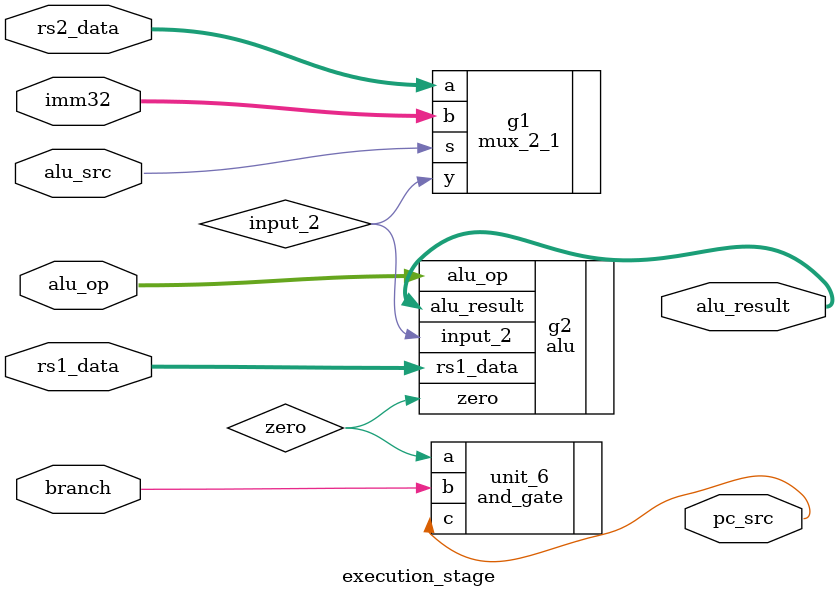
<source format=sv>
module execution_stage#(parameter N=32)(branch,rs1_data,rs2_data,imm32,alu_op,alu_src,alu_result,pc_src);
	input logic [N-1:0]rs1_data,rs2_data,imm32;
	input logic [3:0] alu_op;
	input logic alu_src,branch;
	output logic pc_src;
	output logic [N-1:0]alu_result;
	
	wire y,zero;
	mux_2_1 g1(.a(rs2_data),.b(imm32),.s(alu_src),.y(input_2));
	alu g2(.rs1_data(rs1_data), .input_2(input_2), .alu_op(alu_op), .alu_result(alu_result), .zero(zero));
	and_gate unit_6(.a(zero),.b(branch),.c(pc_src));
	
	
endmodule
	 
	
</source>
